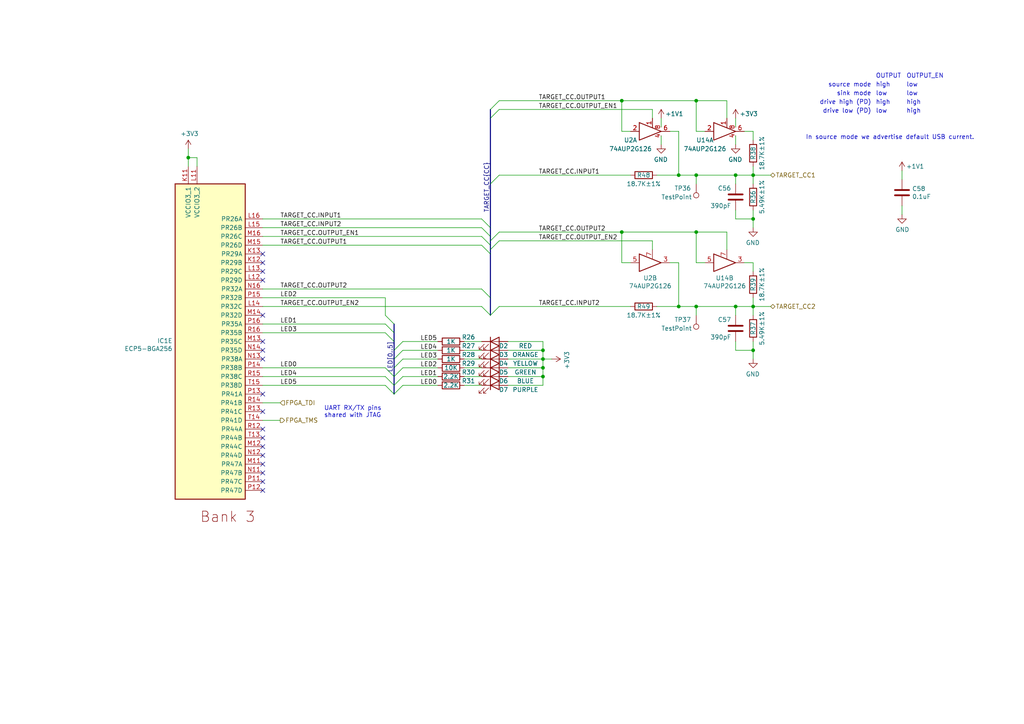
<source format=kicad_sch>
(kicad_sch (version 20211123) (generator eeschema)
  (paper "A4")
  (title_block (title "LUNA USB Multitool") (date "2023-01-11") (rev "r0.5+") (company "Copyright 2019-2023 Great Scott Gadgets") (comment 1 "Licensed under the CERN-OHL-P v2"))
  (lib_symbols
    (symbol "Connector:TestPoint" (pin_numbers hide) (pin_names (offset 0.762) hide)
      (property "Reference" "TP" (at 0 6.858 0))
      (property "Value" "TestPoint" (at 0 5.08 0))
      (symbol "TestPoint_0_1"
        (circle (center 0 3.302) (radius 0.762))
      )
      (symbol "TestPoint_1_1"
        (pin passive line (at 0 0 90) (length 2.54) (name "1") (number "1"))
      )
    )
    (symbol "Device:C" (pin_numbers hide) (pin_names (offset 0.254))
      (property "Reference" "C" (at 0.635 2.54 0))
      (property "Value" "C" (at 0.635 -2.54 0))
      (symbol "C_0_1"
        (polyline (pts (xy -2.032 -0.762) (xy 2.032 -0.762)) (stroke (width 0.508)))
        (polyline (pts (xy -2.032 0.762) (xy 2.032 0.762)) (stroke (width 0.508)))
      )
      (symbol "C_1_1"
        (pin passive line (at 0 3.81 270) (length 2.794) (name "~") (number "1"))
        (pin passive line (at 0 -3.81 90) (length 2.794) (name "~") (number "2"))
      )
    )
    (symbol "Device:LED" (pin_numbers hide) (pin_names (offset 1.016) hide)
      (property "Reference" "D" (at 0 2.54 0))
      (property "Value" "LED" (at 0 -2.54 0))
      (symbol "LED_0_1"
        (polyline (pts (xy -1.27 -1.27) (xy -1.27 1.27)) (stroke (width 0.254)))
        (polyline (pts (xy -1.27 0) (xy 1.27 0)))
        (polyline (pts (xy 1.27 -1.27) (xy 1.27 1.27) (xy -1.27 0) (xy 1.27 -1.27)) (stroke (width 0.254)))
        (polyline (pts (xy -3.048 -0.762) (xy -4.572 -2.286) (xy -3.81 -2.286) (xy -4.572 -2.286) (xy -4.572 -1.524)))
        (polyline (pts (xy -1.778 -0.762) (xy -3.302 -2.286) (xy -2.54 -2.286) (xy -3.302 -2.286) (xy -3.302 -1.524)))
      )
      (symbol "LED_1_1"
        (pin passive line (at -3.81 0 0) (length 2.54) (name "K") (number "1"))
        (pin passive line (at 3.81 0 180) (length 2.54) (name "A") (number "2"))
      )
    )
    (symbol "Device:R" (pin_numbers hide) (pin_names (offset 0))
      (property "Reference" "R" (at 2.032 0 90))
      (property "Value" "R" (at 0 0 90))
      (symbol "R_0_1"
        (rectangle (start -1.016 -2.54) (end 1.016 2.54) (stroke (width 0.254)))
      )
      (symbol "R_1_1"
        (pin passive line (at 0 3.81 270) (length 1.27) (name "~") (number "1"))
        (pin passive line (at 0 -3.81 90) (length 1.27) (name "~") (number "2"))
      )
    )
    (symbol "fpgas_and_processors:ECP5-BGA256" (pin_names (offset 0.762))
      (property "Reference" "IC" (at -2.54 1.27 0))
      (property "Value" "ECP5-BGA256" (at 10.16 1.27 0))
      (symbol "ECP5-BGA256_1_0"
        (rectangle (start 5.08 0) (end 33.02 -71.12) (stroke (width 0.3048)) (fill (type background)))
      )
      (symbol "ECP5-BGA256_1_1"
        (text "FPGA Supplies" (at 19.05 -76.2 0) (effects (font (size 2.9972 2.9972))))
        (pin power_in line (at 38.1 -2.54 180) (length 5.08) (name "GND_1") (number "A1"))
        (pin power_in line (at 38.1 -5.08 180) (length 5.08) (name "GND_2") (number "A16"))
        (pin power_in line (at 38.1 -10.16 180) (length 5.08) (name "GND_4") (number "D15"))
        (pin power_in line (at 38.1 -7.62 180) (length 5.08) (name "GND_3") (number "D2"))
        (pin power_in line (at 38.1 -12.7 180) (length 5.08) (name "GND_5") (number "F8"))
        (pin power_in line (at 38.1 -15.24 180) (length 5.08) (name "GND_6") (number "F9"))
        (pin power_in line (at 38.1 -20.32 180) (length 5.08) (name "GND_8") (number "G10"))
        (pin power_in line (at 0 -66.04 0) (length 5.08) (name "VCCAUX_1") (number "G11"))
        (pin power_in line (at 0 -2.54 0) (length 5.08) (name "VCC_1") (number "G6"))
        (pin power_in line (at 0 -5.08 0) (length 5.08) (name "VCC_2") (number "G7"))
        (pin power_in line (at 38.1 -17.78 180) (length 5.08) (name "GND_7") (number "G8"))
        (pin power_in line (at 0 -7.62 0) (length 5.08) (name "VCC_3") (number "G9"))
        (pin power_in line (at 38.1 -22.86 180) (length 5.08) (name "GND_9") (number "H1"))
        (pin power_in line (at 38.1 -30.48 180) (length 5.08) (name "GND_12") (number "H10"))
        (pin power_in line (at 38.1 -33.02 180) (length 5.08) (name "GND_13") (number "H16"))
        (pin power_in line (at 38.1 -25.4 180) (length 5.08) (name "GND_10") (number "H8"))
        (pin power_in line (at 38.1 -27.94 180) (length 5.08) (name "GND_11") (number "H9"))
        (pin power_in line (at 38.1 -40.64 180) (length 5.08) (name "GND_16") (number "J10"))
        (pin power_in line (at 38.1 -35.56 180) (length 5.08) (name "GND_14") (number "J8"))
        (pin power_in line (at 38.1 -38.1 180) (length 5.08) (name "GND_15") (number "J9"))
        (pin power_in line (at 38.1 -53.34 180) (length 5.08) (name "GND_21") (number "K10"))
        (pin power_in line (at 38.1 -43.18 180) (length 5.08) (name "GND_17") (number "K6"))
        (pin power_in line (at 38.1 -45.72 180) (length 5.08) (name "GND_18") (number "K7"))
        (pin power_in line (at 38.1 -48.26 180) (length 5.08) (name "GND_19") (number "K8"))
        (pin power_in line (at 38.1 -50.8 180) (length 5.08) (name "GND_20") (number "K9"))
        (pin power_in line (at 0 -15.24 0) (length 5.08) (name "VCC_6") (number "L10"))
        (pin power_in line (at 0 -68.58 0) (length 5.08) (name "VCCAUX_2") (number "L7"))
        (pin power_in line (at 0 -10.16 0) (length 5.08) (name "VCC_4") (number "L8"))
        (pin power_in line (at 0 -12.7 0) (length 5.08) (name "VCC_5") (number "L9"))
        (pin power_in line (at 38.1 -58.42 180) (length 5.08) (name "GND_23") (number "N15"))
        (pin power_in line (at 38.1 -55.88 180) (length 5.08) (name "GND_22") (number "N2"))
        (pin power_in line (at 38.1 -60.96 180) (length 5.08) (name "GND_24") (number "T1"))
        (pin power_in line (at 38.1 -66.04 180) (length 5.08) (name "GND_26") (number "T12"))
        (pin power_in line (at 38.1 -68.58 180) (length 5.08) (name "GND_27") (number "T16"))
        (pin power_in line (at 38.1 -63.5 180) (length 5.08) (name "GND_25") (number "T5"))
      )
      (symbol "ECP5-BGA256_2_1"
        (rectangle (start 0 0) (end 19.05 -74.93) (stroke (width 0.3048)) (fill (type background)))
        (text "Bank 0" (at 10.16 -78.74 0) (effects (font (size 2.9972 2.9972))))
        (pin bidirectional line (at 24.13 -11.43 180) (length 5.08) (name "PT4A") (number "A2"))
        (pin bidirectional line (at 24.13 -16.51 180) (length 5.08) (name "PT6A") (number "A3"))
        (pin bidirectional line (at 24.13 -19.05 180) (length 5.08) (name "PT6B") (number "A4"))
        (pin bidirectional line (at 24.13 -43.18 180) (length 5.08) (name "PT18A") (number "A5"))
        (pin bidirectional line (at 24.13 -45.72 180) (length 5.08) (name "PT18B") (number "A6"))
        (pin bidirectional line (at 24.13 -68.58 180) (length 5.08) (name "PT29A") (number "A7"))
        (pin bidirectional line (at 24.13 -71.12 180) (length 5.08) (name "PT29B") (number "A8"))
        (pin bidirectional line (at 24.13 -13.97 180) (length 5.08) (name "PT4B") (number "B3"))
        (pin bidirectional line (at 24.13 -29.21 180) (length 5.08) (name "PT11B") (number "B4"))
        (pin bidirectional line (at 24.13 -39.37 180) (length 5.08) (name "PT15B") (number "B5"))
        (pin bidirectional line (at 24.13 -55.88 180) (length 5.08) (name "PT22B") (number "B6"))
        (pin bidirectional line (at 24.13 -66.04 180) (length 5.08) (name "PT27B") (number "B7"))
        (pin bidirectional line (at 24.13 -26.67 180) (length 5.08) (name "PT11A") (number "C4"))
        (pin bidirectional line (at 24.13 -36.83 180) (length 5.08) (name "PT15A") (number "C5"))
        (pin bidirectional line (at 24.13 -53.34 180) (length 5.08) (name "PT22A") (number "C6"))
        (pin bidirectional line (at 24.13 -63.5 180) (length 5.08) (name "PT27A") (number "C7"))
        (pin bidirectional line (at 24.13 -24.13 180) (length 5.08) (name "PT9B") (number "D4"))
        (pin bidirectional line (at 24.13 -34.29 180) (length 5.08) (name "PT13B") (number "D5"))
        (pin bidirectional line (at 24.13 -50.8 180) (length 5.08) (name "PT20B") (number "D6"))
        (pin bidirectional line (at 24.13 -60.96 180) (length 5.08) (name "PT24B") (number "D7"))
        (pin bidirectional line (at 24.13 -21.59 180) (length 5.08) (name "PT9A") (number "E4"))
        (pin bidirectional line (at 24.13 -31.75 180) (length 5.08) (name "PT13A") (number "E5"))
        (pin bidirectional line (at 24.13 -48.26 180) (length 5.08) (name "PT20A") (number "E6"))
        (pin bidirectional line (at 24.13 -58.42 180) (length 5.08) (name "PT24A") (number "E7"))
        (pin power_in line (at 7.62 5.08 270) (length 5.08) (name "VCCIO0_1") (number "F6"))
        (pin power_in line (at 5.08 5.08 270) (length 5.08) (name "VCCIO0_2") (number "F7"))
      )
      (symbol "ECP5-BGA256_3_0"
        (rectangle (start 0 0) (end 21.59 -93.98) (stroke (width 0.3048)) (fill (type background)))
      )
      (symbol "ECP5-BGA256_3_1"
        (text "Bank 1" (at 8.89 -96.52 0) (effects (font (size 2.9972 2.9972))))
        (pin bidirectional line (at 26.67 -34.29 180) (length 5.08) (name "PT42B") (number "A10"))
        (pin bidirectional line (at 26.67 -57.15 180) (length 5.08) (name "PT53A") (number "A11"))
        (pin bidirectional line (at 26.67 -59.69 180) (length 5.08) (name "PT53B") (number "A12"))
        (pin bidirectional line (at 26.67 -82.55 180) (length 5.08) (name "PT65A") (number "A13"))
        (pin bidirectional line (at 26.67 -85.09 180) (length 5.08) (name "PT65B") (number "A14"))
        (pin bidirectional line (at 26.67 -90.17 180) (length 5.08) (name "PT67B") (number "A15"))
        (pin bidirectional line (at 26.67 -31.75 180) (length 5.08) (name "PT42A") (number "A9"))
        (pin bidirectional line (at 26.67 -36.83 180) (length 5.08) (name "PT44A") (number "B10"))
        (pin bidirectional line (at 26.67 -46.99 180) (length 5.08) (name "PT49A") (number "B11"))
        (pin bidirectional line (at 26.67 -62.23 180) (length 5.08) (name "PT56A") (number "B12"))
        (pin bidirectional line (at 26.67 -72.39 180) (length 5.08) (name "PT60A") (number "B13"))
        (pin bidirectional line (at 26.67 -87.63 180) (length 5.08) (name "PT67A") (number "B14"))
        (pin bidirectional line (at 26.67 -19.05 180) (length 5.08) (name "PT35B") (number "B8"))
        (pin bidirectional line (at 26.67 -21.59 180) (length 5.08) (name "PT38A") (number "B9"))
        (pin bidirectional line (at 26.67 -39.37 180) (length 5.08) (name "PT44B") (number "C10"))
        (pin bidirectional line (at 26.67 -49.53 180) (length 5.08) (name "PT49B") (number "C11"))
        (pin bidirectional line (at 26.67 -64.77 180) (length 5.08) (name "PT56B") (number "C12"))
        (pin bidirectional line (at 26.67 -74.93 180) (length 5.08) (name "PT60B") (number "C13"))
        (pin bidirectional line (at 26.67 -16.51 180) (length 5.08) (name "PT35A") (number "C8"))
        (pin bidirectional line (at 26.67 -24.13 180) (length 5.08) (name "PT38B") (number "C9"))
        (pin bidirectional line (at 26.67 -41.91 180) (length 5.08) (name "PT47A") (number "D10"))
        (pin bidirectional line (at 26.67 -52.07 180) (length 5.08) (name "PT51A") (number "D11"))
        (pin bidirectional line (at 26.67 -67.31 180) (length 5.08) (name "PT58A") (number "D12"))
        (pin bidirectional line (at 26.67 -77.47 180) (length 5.08) (name "PT62A") (number "D13"))
        (pin bidirectional line (at 26.67 -13.97 180) (length 5.08) (name "PT33B") (number "D8"))
        (pin bidirectional line (at 26.67 -26.67 180) (length 5.08) (name "PT40A") (number "D9"))
        (pin bidirectional line (at 26.67 -44.45 180) (length 5.08) (name "PT47B") (number "E10"))
        (pin bidirectional line (at 26.67 -54.61 180) (length 5.08) (name "PT51B") (number "E11"))
        (pin bidirectional line (at 26.67 -69.85 180) (length 5.08) (name "PT58B") (number "E12"))
        (pin bidirectional line (at 26.67 -80.01 180) (length 5.08) (name "PT62B") (number "E13"))
        (pin bidirectional line (at 26.67 -11.43 180) (length 5.08) (name "PT33A") (number "E8"))
        (pin bidirectional line (at 26.67 -29.21 180) (length 5.08) (name "PT40B") (number "E9"))
        (pin power_in line (at 6.35 5.08 270) (length 5.08) (name "VCCIO1_1") (number "F10"))
        (pin power_in line (at 3.81 5.08 270) (length 5.08) (name "VCCIO1_2") (number "F11"))
      )
      (symbol "ECP5-BGA256_4_1"
        (rectangle (start 0 0) (end 19.05 -93.98) (stroke (width 0.3048)) (fill (type background)))
        (text "Bank 2" (at 10.16 -97.79 0) (effects (font (size 2.9972 2.9972))))
        (pin bidirectional line (at 24.13 -13.97 180) (length 5.08) (name "PR2B") (number "B15"))
        (pin bidirectional line (at 24.13 -11.43 180) (length 5.08) (name "PR2A") (number "B16"))
        (pin bidirectional line (at 24.13 -16.51 180) (length 5.08) (name "PR2C") (number "C14"))
        (pin bidirectional line (at 24.13 -24.13 180) (length 5.08) (name "PR5B") (number "C15"))
        (pin bidirectional line (at 24.13 -21.59 180) (length 5.08) (name "PR5A") (number "C16"))
        (pin bidirectional line (at 24.13 -19.05 180) (length 5.08) (name "PR2D") (number "D14"))
        (pin bidirectional line (at 24.13 -31.75 180) (length 5.08) (name "PR8A") (number "D16"))
        (pin bidirectional line (at 24.13 -26.67 180) (length 5.08) (name "PR5C") (number "E14"))
        (pin bidirectional line (at 24.13 -34.29 180) (length 5.08) (name "PR8B") (number "E15"))
        (pin bidirectional line (at 24.13 -49.53 180) (length 5.08) (name "PR11D") (number "E16"))
        (pin bidirectional line (at 24.13 -39.37 180) (length 5.08) (name "PR8D") (number "F12"))
        (pin bidirectional line (at 24.13 -36.83 180) (length 5.08) (name "PR8C") (number "F13"))
        (pin bidirectional line (at 24.13 -29.21 180) (length 5.08) (name "PR5D") (number "F14"))
        (pin bidirectional line (at 24.13 -46.99 180) (length 5.08) (name "PR11C") (number "F15"))
        (pin bidirectional line (at 24.13 -52.07 180) (length 5.08) (name "PR14A") (number "F16"))
        (pin bidirectional line (at 24.13 -41.91 180) (length 5.08) (name "PR11A") (number "G12"))
        (pin bidirectional line (at 24.13 -44.45 180) (length 5.08) (name "PR11B") (number "G13"))
        (pin bidirectional line (at 24.13 -57.15 180) (length 5.08) (name "PR14C") (number "G14"))
        (pin bidirectional line (at 24.13 -54.61 180) (length 5.08) (name "PR14B") (number "G15"))
        (pin bidirectional line (at 24.13 -72.39 180) (length 5.08) (name "PR20A") (number "G16"))
        (pin power_in line (at 3.81 5.08 270) (length 5.08) (name "VCCIO2_1") (number "H11"))
        (pin bidirectional line (at 24.13 -62.23 180) (length 5.08) (name "PR17A") (number "H12"))
        (pin bidirectional line (at 24.13 -64.77 180) (length 5.08) (name "PR17B") (number "H13"))
        (pin bidirectional line (at 24.13 -59.69 180) (length 5.08) (name "PR14D") (number "H14"))
        (pin bidirectional line (at 24.13 -74.93 180) (length 5.08) (name "PR20B") (number "H15"))
        (pin power_in line (at 6.35 5.08 270) (length 5.08) (name "VCCIO2_2") (number "J11"))
        (pin bidirectional line (at 24.13 -69.85 180) (length 5.08) (name "PR17D") (number "J12"))
        (pin bidirectional line (at 24.13 -67.31 180) (length 5.08) (name "PR17C") (number "J13"))
        (pin bidirectional line (at 24.13 -77.47 180) (length 5.08) (name "PR20C") (number "J14"))
        (pin bidirectional line (at 24.13 -85.09 180) (length 5.08) (name "PR23B") (number "J15"))
        (pin bidirectional line (at 24.13 -82.55 180) (length 5.08) (name "PR23A") (number "J16"))
        (pin bidirectional line (at 24.13 -80.01 180) (length 5.08) (name "PR20D") (number "K14"))
        (pin bidirectional line (at 24.13 -90.17 180) (length 5.08) (name "PR23D") (number "K15"))
        (pin bidirectional line (at 24.13 -87.63 180) (length 5.08) (name "PR23C") (number "K16"))
      )
      (symbol "ECP5-BGA256_5_0"
        (rectangle (start 0 0) (end 20.32 -91.44) (stroke (width 0.3048)) (fill (type background)))
      )
      (symbol "ECP5-BGA256_5_1"
        (text "Bank 3" (at 15.24 -96.52 0) (effects (font (size 2.9972 2.9972))))
        (pin power_in line (at 3.81 5.08 270) (length 5.08) (name "VCCIO3_1") (number "K11"))
        (pin bidirectional line (at 25.4 -22.86 180) (length 5.08) (name "PR29B") (number "K12"))
        (pin bidirectional line (at 25.4 -20.32 180) (length 5.08) (name "PR29A") (number "K13"))
        (pin power_in line (at 6.35 5.08 270) (length 5.08) (name "VCCIO3_2") (number "L11"))
        (pin bidirectional line (at 25.4 -27.94 180) (length 5.08) (name "PR29D") (number "L12"))
        (pin bidirectional line (at 25.4 -25.4 180) (length 5.08) (name "PR29C") (number "L13"))
        (pin bidirectional line (at 25.4 -35.56 180) (length 5.08) (name "PR32C") (number "L14"))
        (pin bidirectional line (at 25.4 -12.7 180) (length 5.08) (name "PR26B") (number "L15"))
        (pin bidirectional line (at 25.4 -10.16 180) (length 5.08) (name "PR26A") (number "L16"))
        (pin bidirectional line (at 25.4 -81.28 180) (length 5.08) (name "PR47A") (number "M11"))
        (pin bidirectional line (at 25.4 -76.2 180) (length 5.08) (name "PR44C") (number "M12"))
        (pin bidirectional line (at 25.4 -45.72 180) (length 5.08) (name "PR35C") (number "M13"))
        (pin bidirectional line (at 25.4 -38.1 180) (length 5.08) (name "PR32D") (number "M14"))
        (pin bidirectional line (at 25.4 -17.78 180) (length 5.08) (name "PR26D") (number "M15"))
        (pin bidirectional line (at 25.4 -15.24 180) (length 5.08) (name "PR26C") (number "M16"))
        (pin bidirectional line (at 25.4 -83.82 180) (length 5.08) (name "PR47B") (number "N11"))
        (pin bidirectional line (at 25.4 -78.74 180) (length 5.08) (name "PR44D") (number "N12"))
        (pin bidirectional line (at 25.4 -50.8 180) (length 5.08) (name "PR38A") (number "N13"))
        (pin bidirectional line (at 25.4 -48.26 180) (length 5.08) (name "PR35D") (number "N14"))
        (pin bidirectional line (at 25.4 -30.48 180) (length 5.08) (name "PR32A") (number "N16"))
        (pin bidirectional line (at 25.4 -86.36 180) (length 5.08) (name "PR47C") (number "P11"))
        (pin bidirectional line (at 25.4 -88.9 180) (length 5.08) (name "PR47D") (number "P12"))
        (pin bidirectional line (at 25.4 -60.96 180) (length 5.08) (name "PR41A") (number "P13"))
        (pin bidirectional line (at 25.4 -53.34 180) (length 5.08) (name "PR38B") (number "P14"))
        (pin bidirectional line (at 25.4 -33.02 180) (length 5.08) (name "PR32B") (number "P15"))
        (pin bidirectional line (at 25.4 -40.64 180) (length 5.08) (name "PR35A") (number "P16"))
        (pin bidirectional line (at 25.4 -71.12 180) (length 5.08) (name "PR44A") (number "R12"))
        (pin bidirectional line (at 25.4 -66.04 180) (length 5.08) (name "PR41C") (number "R13"))
        (pin bidirectional line (at 25.4 -63.5 180) (length 5.08) (name "PR41B") (number "R14"))
        (pin bidirectional line (at 25.4 -55.88 180) (length 5.08) (name "PR38C") (number "R15"))
        (pin bidirectional line (at 25.4 -43.18 180) (length 5.08) (name "PR35B") (number "R16"))
        (pin bidirectional line (at 25.4 -73.66 180) (length 5.08) (name "PR44B") (number "T13"))
        (pin bidirectional line (at 25.4 -68.58 180) (length 5.08) (name "PR41D") (number "T14"))
        (pin bidirectional line (at 25.4 -58.42 180) (length 5.08) (name "PR38D") (number "T15"))
      )
      (symbol "ECP5-BGA256_6_1"
        (rectangle (start 0 0) (end 19.05 -106.68) (stroke (width 0.3048)) (fill (type background)))
        (text "Bank 6" (at 11.43 -110.49 0) (effects (font (size 2.9972 2.9972))))
        (pin power_in line (at 3.81 5.08 270) (length 5.08) (name "VCCIO6_1") (number "J6"))
        (pin power_in line (at 6.35 5.08 270) (length 5.08) (name "VCCIO6_2") (number "J7"))
        (pin bidirectional line (at 24.13 -25.4 180) (length 5.08) (name "PL29A") (number "K4"))
        (pin bidirectional line (at 24.13 -27.94 180) (length 5.08) (name "PL29B") (number "K5"))
        (pin bidirectional line (at 24.13 -13.97 180) (length 5.08) (name "PL26A") (number "L1"))
        (pin bidirectional line (at 24.13 -16.51 180) (length 5.08) (name "PL26B") (number "L2"))
        (pin bidirectional line (at 24.13 -41.91 180) (length 5.08) (name "PL32C") (number "L3"))
        (pin bidirectional line (at 24.13 -30.48 180) (length 5.08) (name "PL29C") (number "L4"))
        (pin bidirectional line (at 24.13 -33.02 180) (length 5.08) (name "PL29D") (number "L5"))
        (pin bidirectional line (at 24.13 -19.05 180) (length 5.08) (name "PL26C") (number "M1"))
        (pin bidirectional line (at 24.13 -21.59 180) (length 5.08) (name "PL26D") (number "M2"))
        (pin bidirectional line (at 24.13 -44.45 180) (length 5.08) (name "PL32D") (number "M3"))
        (pin bidirectional line (at 24.13 -53.34 180) (length 5.08) (name "PL35C") (number "M4"))
        (pin bidirectional line (at 24.13 -78.74 180) (length 5.08) (name "PL44C") (number "M5"))
        (pin bidirectional line (at 24.13 -96.52 180) (length 5.08) (name "PL47A") (number "M6"))
        (pin bidirectional line (at 24.13 -36.83 180) (length 5.08) (name "PL32A") (number "N1"))
        (pin bidirectional line (at 24.13 -55.88 180) (length 5.08) (name "PL35D") (number "N3"))
        (pin bidirectional line (at 24.13 -60.96 180) (length 5.08) (name "PL38A") (number "N4"))
        (pin bidirectional line (at 24.13 -81.28 180) (length 5.08) (name "PL44D") (number "N5"))
        (pin bidirectional line (at 24.13 -99.06 180) (length 5.08) (name "PL47B") (number "N6"))
        (pin bidirectional line (at 24.13 -48.26 180) (length 5.08) (name "PL35A") (number "P1"))
        (pin bidirectional line (at 24.13 -39.37 180) (length 5.08) (name "PL32B") (number "P2"))
        (pin bidirectional line (at 24.13 -63.5 180) (length 5.08) (name "PL38B") (number "P3"))
        (pin bidirectional line (at 24.13 -85.09 180) (length 5.08) (name "PL41A") (number "P4"))
        (pin bidirectional line (at 24.13 -101.6 180) (length 5.08) (name "PL47D") (number "P5"))
        (pin bidirectional line (at 24.13 -104.14 180) (length 5.08) (name "PL47C") (number "P6"))
        (pin bidirectional line (at 24.13 -50.8 180) (length 5.08) (name "PL35B") (number "R1"))
        (pin bidirectional line (at 24.13 -66.04 180) (length 5.08) (name "PL38C") (number "R2"))
        (pin bidirectional line (at 24.13 -87.63 180) (length 5.08) (name "PL41B") (number "R3"))
        (pin bidirectional line (at 24.13 -90.17 180) (length 5.08) (name "PL41C") (number "R4"))
        (pin bidirectional line (at 24.13 -73.66 180) (length 5.08) (name "PL44A") (number "R5"))
        (pin bidirectional line (at 24.13 -68.58 180) (length 5.08) (name "PL38D") (number "T2"))
        (pin bidirectional line (at 24.13 -92.71 180) (length 5.08) (name "PL41D") (number "T3"))
        (pin bidirectional line (at 24.13 -76.2 180) (length 5.08) (name "PL44B") (number "T4"))
      )
      (symbol "ECP5-BGA256_7_1"
        (rectangle (start 0 0) (end 20.32 -109.22) (stroke (width 0.3048)) (fill (type background)))
        (text "Bank 7" (at 12.7 -113.03 0) (effects (font (size 2.9972 2.9972))))
        (pin bidirectional line (at 25.4 -10.16 180) (length 5.08) (name "PL2A") (number "B1"))
        (pin bidirectional line (at 25.4 -12.7 180) (length 5.08) (name "PL2B") (number "B2"))
        (pin bidirectional line (at 25.4 -22.86 180) (length 5.08) (name "PL5A") (number "C1"))
        (pin bidirectional line (at 25.4 -25.4 180) (length 5.08) (name "PL5B") (number "C2"))
        (pin bidirectional line (at 25.4 -15.24 180) (length 5.08) (name "PL2C") (number "C3"))
        (pin bidirectional line (at 25.4 -35.56 180) (length 5.08) (name "PL8A") (number "D1"))
        (pin bidirectional line (at 25.4 -17.78 180) (length 5.08) (name "PL2D") (number "D3"))
        (pin bidirectional line (at 25.4 -54.61 180) (length 5.08) (name "PL11D") (number "E1"))
        (pin bidirectional line (at 25.4 -38.1 180) (length 5.08) (name "PL8B") (number "E2"))
        (pin bidirectional line (at 25.4 -27.94 180) (length 5.08) (name "PL5C") (number "E3"))
        (pin bidirectional line (at 25.4 -59.69 180) (length 5.08) (name "PL14A") (number "F1"))
        (pin bidirectional line (at 25.4 -52.07 180) (length 5.08) (name "PL11C") (number "F2"))
        (pin bidirectional line (at 25.4 -30.48 180) (length 5.08) (name "PL5D") (number "F3"))
        (pin bidirectional line (at 25.4 -40.64 180) (length 5.08) (name "PL8C") (number "F4"))
        (pin bidirectional line (at 25.4 -43.18 180) (length 5.08) (name "PL8D") (number "F5"))
        (pin bidirectional line (at 25.4 -82.55 180) (length 5.08) (name "PL20A") (number "G1"))
        (pin bidirectional line (at 25.4 -62.23 180) (length 5.08) (name "PL14B") (number "G2"))
        (pin bidirectional line (at 25.4 -64.77 180) (length 5.08) (name "PL14C") (number "G3"))
        (pin bidirectional line (at 25.4 -49.53 180) (length 5.08) (name "PL11B") (number "G4"))
        (pin bidirectional line (at 25.4 -46.99 180) (length 5.08) (name "PL11A") (number "G5"))
        (pin bidirectional line (at 25.4 -85.09 180) (length 5.08) (name "PL20B") (number "H2"))
        (pin bidirectional line (at 25.4 -67.31 180) (length 5.08) (name "PL14D") (number "H3"))
        (pin bidirectional line (at 25.4 -73.66 180) (length 5.08) (name "PL17B") (number "H4"))
        (pin bidirectional line (at 25.4 -71.12 180) (length 5.08) (name "PL17A") (number "H5"))
        (pin power_in line (at 7.62 5.08 270) (length 5.08) (name "VCCIO7_1") (number "H6"))
        (pin power_in line (at 5.08 5.08 270) (length 5.08) (name "VCCIO7_2") (number "H7"))
        (pin bidirectional line (at 25.4 -95.25 180) (length 5.08) (name "PL23A") (number "J1"))
        (pin bidirectional line (at 25.4 -97.79 180) (length 5.08) (name "PL23B") (number "J2"))
        (pin bidirectional line (at 25.4 -87.63 180) (length 5.08) (name "PL20C") (number "J3"))
        (pin bidirectional line (at 25.4 -76.2 180) (length 5.08) (name "PL17C") (number "J4"))
        (pin bidirectional line (at 25.4 -78.74 180) (length 5.08) (name "PL17D") (number "J5"))
        (pin bidirectional line (at 25.4 -100.33 180) (length 5.08) (name "PL23C") (number "K1"))
        (pin bidirectional line (at 25.4 -102.87 180) (length 5.08) (name "PL23D") (number "K2"))
        (pin bidirectional line (at 25.4 -90.17 180) (length 5.08) (name "PL20D") (number "K3"))
      )
      (symbol "ECP5-BGA256_8_0"
        (text "(Config)" (at 13.97 -97.79 0) (effects (font (size 2.9972 2.9972))))
        (text "Bank 8" (at 13.97 -92.71 0) (effects (font (size 2.9972 2.9972))))
      )
      (symbol "ECP5-BGA256_8_1"
        (rectangle (start 0 0) (end 21.59 -88.9) (stroke (width 0.3048)) (fill (type background)))
        (pin power_in line (at 5.08 5.08 270) (length 5.08) (name "VCCIO8") (number "L6"))
        (pin output line (at 26.67 -57.15 180) (length 5.08) (name "TDO") (number "M10"))
        (pin bidirectional line (at 26.67 -24.13 180) (length 5.08) (name "D2/PB9B") (number "M7"))
        (pin bidirectional line (at 26.67 -39.37 180) (length 5.08) (name "DOUT/CSON/PB15B") (number "M8"))
        (pin bidirectional line (at 26.67 -41.91 180) (length 5.08) (name "WRITEEN/PB18A") (number "M9"))
        (pin input line (at 26.67 -68.58 180) (length 5.08) (name "CFG_0") (number "N10"))
        (pin bidirectional line (at 26.67 -21.59 180) (length 5.08) (name "D3/PB9A") (number "N7"))
        (pin bidirectional line (at 26.67 -36.83 180) (length 5.08) (name "HOLDN/DI/PB15A") (number "N8"))
        (pin bidirectional line (at 26.67 -63.5 180) (length 5.08) (name "MCLK/SCLK/CCLK") (number "N9"))
        (pin input line (at 26.67 -71.12 180) (length 5.08) (name "CFG_1") (number "P10"))
        (pin bidirectional line (at 26.67 -19.05 180) (length 5.08) (name "D4/PICO2/PB6B") (number "P7"))
        (pin bidirectional line (at 26.67 -34.29 180) (length 5.08) (name "CS1N/PB13B") (number "P8"))
        (pin bidirectional line (at 26.67 -80.01 180) (length 5.08) (name "DONE") (number "P9"))
        (pin input line (at 26.67 -73.66 180) (length 5.08) (name "CFG_2") (number "R10"))
        (pin input line (at 26.67 -54.61 180) (length 5.08) (name "TDI") (number "R11"))
        (pin bidirectional line (at 26.67 -13.97 180) (length 5.08) (name "D6/PB4B") (number "R6"))
        (pin bidirectional line (at 26.67 -16.51 180) (length 5.08) (name "D5/POCI2/PB6A") (number "R7"))
        (pin bidirectional line (at 26.67 -31.75 180) (length 5.08) (name "SN/CSN/PB13A") (number "R8"))
        (pin bidirectional line (at 26.67 -85.09 180) (length 5.08) (name "PROGRAMN") (number "R9"))
        (pin input line (at 26.67 -52.07 180) (length 5.08) (name "TCK") (number "T10"))
        (pin input line (at 26.67 -49.53 180) (length 5.08) (name "TMS") (number "T11"))
        (pin bidirectional line (at 26.67 -11.43 180) (length 5.08) (name "D7/PB4A") (number "T6"))
        (pin bidirectional line (at 26.67 -26.67 180) (length 5.08) (name "D1/PICO/PB11A") (number "T7"))
        (pin bidirectional line (at 26.67 -29.21 180) (length 5.08) (name "D0/PICO/PB11B") (number "T8"))
        (pin bidirectional line (at 26.67 -82.55 180) (length 5.08) (name "INITN") (number "T9"))
      )
    )
    (symbol "power:+1V1" (power) (pin_names (offset 0))
      (property "Value" "+1V1" (at 0 3.556 0))
      (symbol "+1V1_0_1"
        (polyline (pts (xy -0.762 1.27) (xy 0 2.54)))
        (polyline (pts (xy 0 0) (xy 0 2.54)))
        (polyline (pts (xy 0 2.54) (xy 0.762 1.27)))
      )
      (symbol "+1V1_1_1"
        (pin power_in line (at 0 0 90) (length 0) hide (name "+1V1") (number "1"))
      )
    )
    (symbol "power:+3V3" (power) (pin_names (offset 0))
      (property "Value" "+3V3" (at 0 3.556 0))
      (symbol "+3V3_0_1"
        (polyline (pts (xy -0.762 1.27) (xy 0 2.54)))
        (polyline (pts (xy 0 0) (xy 0 2.54)))
        (polyline (pts (xy 0 2.54) (xy 0.762 1.27)))
      )
      (symbol "+3V3_1_1"
        (pin power_in line (at 0 0 90) (length 0) hide (name "+3V3") (number "1"))
      )
    )
    (symbol "power:GND" (power) (pin_names (offset 0))
      (property "Value" "GND" (at 0 -3.81 0))
      (symbol "GND_0_1"
        (polyline (pts (xy 0 0) (xy 0 -1.27) (xy 1.27 -1.27) (xy 0 -2.54) (xy -1.27 -1.27) (xy 0 -1.27)))
      )
      (symbol "GND_1_1"
        (pin power_in line (at 0 0 270) (length 0) hide (name "GND") (number "1"))
      )
    )
    (symbol "support_hardware:74AUP2G126" (pin_names (offset 1.016))
      (property "Reference" "U" (at -2.54 3.81 0))
      (property "Value" "74AUP2G126" (at 0 -3.81 0))
      (symbol "74AUP2G126_0_1"
        (polyline (pts (xy -3.81 2.54) (xy -3.81 -2.54) (xy 2.54 0) (xy -3.81 2.54)) (stroke (width 0.254)))
      )
      (symbol "74AUP2G126_1_1"
        (pin input line (at 0 3.81 270) (length 2.667) (name "~") (number "1"))
        (pin input line (at -6.35 0 0) (length 2.54) (name "~") (number "2"))
        (pin power_in line (at 2.54 -1.27 270) (length 0) (name "~") (number "4"))
        (pin tri_state line (at 5.08 0 180) (length 2.54) (name "~") (number "6"))
        (pin power_in line (at 2.54 1.27 270) (length 0) (name "~") (number "8"))
      )
      (symbol "74AUP2G126_2_1"
        (pin tri_state line (at 5.08 0 180) (length 2.54) (name "~") (number "3"))
        (pin input line (at -6.35 0 0) (length 2.54) (name "~") (number "5"))
        (pin input line (at 0 3.81 270) (length 2.667) (name "~") (number "7"))
      )
    )
  )
  (bus_alias "CC" (members "INPUT[1..2]" "OUTPUT[1..2]" "OUTPUT_EN[1..2]"))
  (junction (at 201.93 88.9))
  (junction (at 218.44 63.5))
  (junction (at 218.44 50.8))
  (junction (at 157.48 101.6))
  (junction (at 201.93 50.8))
  (junction (at 157.48 109.22))
  (junction (at 218.44 101.6))
  (junction (at 201.93 29.21))
  (junction (at 218.44 88.9))
  (junction (at 213.36 88.9))
  (junction (at 213.36 50.8))
  (junction (at 196.85 88.9))
  (junction (at 180.34 67.31))
  (junction (at 54.61 45.72))
  (junction (at 157.48 106.68))
  (junction (at 157.48 104.14))
  (junction (at 180.34 29.21))
  (junction (at 196.85 50.8))
  (junction (at 201.93 67.31))
  (no_connect (at 76.2 101.6))
  (no_connect (at 76.2 119.38))
  (no_connect (at 76.2 127))
  (no_connect (at 76.2 137.16))
  (no_connect (at 76.2 81.28))
  (no_connect (at 76.2 132.08))
  (no_connect (at 76.2 139.7))
  (no_connect (at 76.2 76.2))
  (no_connect (at 76.2 134.62))
  (no_connect (at 76.2 104.14))
  (no_connect (at 76.2 129.54))
  (no_connect (at 76.2 114.3))
  (no_connect (at 76.2 73.66))
  (no_connect (at 76.2 78.74))
  (no_connect (at 76.2 91.44))
  (no_connect (at 76.2 99.06))
  (no_connect (at 76.2 142.24))
  (no_connect (at 76.2 124.46))
  (bus_entry (at 142.24 31.75) (size 2.54 -2.54))
  (bus_entry (at 111.76 91.44) (size 2.54 2.54))
  (bus_entry (at 139.7 66.04) (size 2.54 2.54))
  (bus_entry (at 142.24 34.29) (size 2.54 -2.54))
  (bus_entry (at 116.84 106.68) (size -2.54 2.54))
  (bus_entry (at 139.7 88.9) (size 2.54 2.54))
  (bus_entry (at 116.84 104.14) (size -2.54 2.54))
  (bus_entry (at 111.76 109.22) (size 2.54 2.54))
  (bus_entry (at 139.7 63.5) (size 2.54 2.54))
  (bus_entry (at 116.84 109.22) (size -2.54 2.54))
  (bus_entry (at 111.76 96.52) (size 2.54 2.54))
  (bus_entry (at 142.24 53.34) (size 2.54 -2.54))
  (bus_entry (at 111.76 111.76) (size 2.54 2.54))
  (bus_entry (at 116.84 111.76) (size -2.54 2.54))
  (bus_entry (at 139.7 68.58) (size 2.54 2.54))
  (bus_entry (at 116.84 101.6) (size -2.54 2.54))
  (bus_entry (at 111.76 93.98) (size 2.54 2.54))
  (bus_entry (at 142.24 69.85) (size 2.54 -2.54))
  (bus_entry (at 139.7 83.82) (size 2.54 2.54))
  (bus_entry (at 116.84 99.06) (size -2.54 2.54))
  (bus_entry (at 142.24 91.44) (size 2.54 -2.54))
  (bus_entry (at 139.7 71.12) (size 2.54 2.54))
  (bus_entry (at 111.76 106.68) (size 2.54 2.54))
  (bus_entry (at 142.24 72.39) (size 2.54 -2.54))
  (wire (pts (xy 111.76 86.36) (xy 111.76 91.44)))
  (wire (pts (xy 218.44 50.8) (xy 213.36 50.8)))
  (wire (pts (xy 194.31 76.2) (xy 196.85 76.2)))
  (wire (pts (xy 196.85 88.9) (xy 190.5 88.9)))
  (wire (pts (xy 182.88 88.9) (xy 144.78 88.9)))
  (wire (pts (xy 157.48 99.06) (xy 157.48 101.6)))
  (wire (pts (xy 76.2 96.52) (xy 111.76 96.52)))
  (bus (pts (xy 114.3 109.22) (xy 114.3 111.76)))
  (bus (pts (xy 114.3 99.06) (xy 114.3 101.6)))
  (wire (pts (xy 218.44 48.26) (xy 218.44 50.8)))
  (wire (pts (xy 111.76 86.36) (xy 76.2 86.36)))
  (wire (pts (xy 144.78 67.31) (xy 180.34 67.31)))
  (wire (pts (xy 76.2 111.76) (xy 111.76 111.76)))
  (wire (pts (xy 54.61 45.72) (xy 57.15 45.72)))
  (bus (pts (xy 142.24 68.58) (xy 142.24 69.85)))
  (bus (pts (xy 142.24 73.66) (xy 142.24 86.36)))
  (wire (pts (xy 180.34 29.21) (xy 201.93 29.21)))
  (wire (pts (xy 189.23 69.85) (xy 144.78 69.85)))
  (wire (pts (xy 111.76 106.68) (xy 76.2 106.68)))
  (wire (pts (xy 116.84 104.14) (xy 127 104.14)))
  (wire (pts (xy 201.93 67.31) (xy 201.93 76.2)))
  (wire (pts (xy 147.32 101.6) (xy 157.48 101.6)))
  (wire (pts (xy 213.36 39.37) (xy 213.36 41.91)))
  (wire (pts (xy 204.47 38.1) (xy 201.93 38.1)))
  (wire (pts (xy 157.48 104.14) (xy 160.02 104.14)))
  (wire (pts (xy 218.44 63.5) (xy 218.44 66.04)))
  (wire (pts (xy 210.82 67.31) (xy 210.82 72.39)))
  (wire (pts (xy 76.2 109.22) (xy 111.76 109.22)))
  (wire (pts (xy 213.36 88.9) (xy 201.93 88.9)))
  (bus (pts (xy 142.24 34.29) (xy 142.24 53.34)))
  (wire (pts (xy 215.9 76.2) (xy 218.44 76.2)))
  (wire (pts (xy 144.78 50.8) (xy 182.88 50.8)))
  (wire (pts (xy 213.36 88.9) (xy 218.44 88.9)))
  (wire (pts (xy 76.2 68.58) (xy 139.7 68.58)))
  (wire (pts (xy 196.85 76.2) (xy 196.85 88.9)))
  (wire (pts (xy 191.77 34.29) (xy 191.77 36.83)))
  (wire (pts (xy 201.93 50.8) (xy 201.93 53.34)))
  (wire (pts (xy 116.84 99.06) (xy 127 99.06)))
  (wire (pts (xy 201.93 88.9) (xy 196.85 88.9)))
  (wire (pts (xy 213.36 99.06) (xy 213.36 101.6)))
  (wire (pts (xy 201.93 88.9) (xy 201.93 91.44)))
  (wire (pts (xy 218.44 101.6) (xy 218.44 99.06)))
  (bus (pts (xy 142.24 53.34) (xy 142.24 66.04)))
  (wire (pts (xy 189.23 72.39) (xy 189.23 69.85)))
  (bus (pts (xy 142.24 66.04) (xy 142.24 68.58)))
  (wire (pts (xy 218.44 60.96) (xy 218.44 63.5)))
  (wire (pts (xy 196.85 38.1) (xy 196.85 50.8)))
  (wire (pts (xy 54.61 43.18) (xy 54.61 45.72)))
  (wire (pts (xy 213.36 101.6) (xy 218.44 101.6)))
  (bus (pts (xy 114.3 104.14) (xy 114.3 106.68)))
  (wire (pts (xy 157.48 101.6) (xy 157.48 104.14)))
  (wire (pts (xy 134.62 111.76) (xy 139.7 111.76)))
  (wire (pts (xy 201.93 76.2) (xy 204.47 76.2)))
  (wire (pts (xy 127 101.6) (xy 116.84 101.6)))
  (bus (pts (xy 114.3 93.98) (xy 114.3 96.52)))
  (wire (pts (xy 157.48 104.14) (xy 157.48 106.68)))
  (wire (pts (xy 147.32 104.14) (xy 157.48 104.14)))
  (wire (pts (xy 213.36 36.83) (xy 213.36 34.29)))
  (wire (pts (xy 218.44 53.34) (xy 218.44 50.8)))
  (wire (pts (xy 189.23 31.75) (xy 144.78 31.75)))
  (bus (pts (xy 142.24 31.75) (xy 142.24 34.29)))
  (wire (pts (xy 223.52 88.9) (xy 218.44 88.9)))
  (wire (pts (xy 191.77 39.37) (xy 191.77 41.91)))
  (wire (pts (xy 182.88 38.1) (xy 180.34 38.1)))
  (wire (pts (xy 196.85 50.8) (xy 201.93 50.8)))
  (wire (pts (xy 180.34 67.31) (xy 201.93 67.31)))
  (wire (pts (xy 116.84 109.22) (xy 127 109.22)))
  (wire (pts (xy 182.88 76.2) (xy 180.34 76.2)))
  (wire (pts (xy 261.62 49.53) (xy 261.62 52.07)))
  (wire (pts (xy 147.32 99.06) (xy 157.48 99.06)))
  (wire (pts (xy 76.2 93.98) (xy 111.76 93.98)))
  (wire (pts (xy 147.32 106.68) (xy 157.48 106.68)))
  (bus (pts (xy 142.24 86.36) (xy 142.24 91.44)))
  (bus (pts (xy 142.24 72.39) (xy 142.24 73.66)))
  (wire (pts (xy 81.28 116.84) (xy 76.2 116.84)))
  (wire (pts (xy 201.93 29.21) (xy 210.82 29.21)))
  (bus (pts (xy 142.24 71.12) (xy 142.24 72.39)))
  (wire (pts (xy 213.36 60.96) (xy 213.36 63.5)))
  (wire (pts (xy 218.44 38.1) (xy 218.44 40.64)))
  (wire (pts (xy 213.36 53.34) (xy 213.36 50.8)))
  (bus (pts (xy 142.24 69.85) (xy 142.24 71.12)))
  (wire (pts (xy 194.31 38.1) (xy 196.85 38.1)))
  (wire (pts (xy 134.62 106.68) (xy 139.7 106.68)))
  (wire (pts (xy 139.7 66.04) (xy 76.2 66.04)))
  (wire (pts (xy 218.44 91.44) (xy 218.44 88.9)))
  (wire (pts (xy 134.62 104.14) (xy 139.7 104.14)))
  (wire (pts (xy 139.7 63.5) (xy 76.2 63.5)))
  (wire (pts (xy 57.15 45.72) (xy 57.15 48.26)))
  (bus (pts (xy 114.3 101.6) (xy 114.3 104.14)))
  (wire (pts (xy 190.5 50.8) (xy 196.85 50.8)))
  (wire (pts (xy 218.44 101.6) (xy 218.44 104.14)))
  (bus (pts (xy 114.3 96.52) (xy 114.3 99.06)))
  (wire (pts (xy 215.9 38.1) (xy 218.44 38.1)))
  (wire (pts (xy 201.93 50.8) (xy 213.36 50.8)))
  (wire (pts (xy 127 106.68) (xy 116.84 106.68)))
  (wire (pts (xy 157.48 106.68) (xy 157.48 109.22)))
  (wire (pts (xy 139.7 83.82) (xy 76.2 83.82)))
  (bus (pts (xy 114.3 106.68) (xy 114.3 109.22)))
  (wire (pts (xy 134.62 99.06) (xy 139.7 99.06)))
  (wire (pts (xy 127 111.76) (xy 116.84 111.76)))
  (wire (pts (xy 180.34 38.1) (xy 180.34 29.21)))
  (wire (pts (xy 144.78 29.21) (xy 180.34 29.21)))
  (wire (pts (xy 189.23 34.29) (xy 189.23 31.75)))
  (wire (pts (xy 134.62 101.6) (xy 139.7 101.6)))
  (wire (pts (xy 147.32 109.22) (xy 157.48 109.22)))
  (bus (pts (xy 114.3 111.76) (xy 114.3 114.3)))
  (wire (pts (xy 76.2 121.92) (xy 81.28 121.92)))
  (wire (pts (xy 213.36 91.44) (xy 213.36 88.9)))
  (wire (pts (xy 218.44 76.2) (xy 218.44 78.74)))
  (wire (pts (xy 218.44 63.5) (xy 213.36 63.5)))
  (wire (pts (xy 201.93 38.1) (xy 201.93 29.21)))
  (wire (pts (xy 218.44 88.9) (xy 218.44 86.36)))
  (wire (pts (xy 201.93 67.31) (xy 210.82 67.31)))
  (wire (pts (xy 218.44 50.8) (xy 223.52 50.8)))
  (wire (pts (xy 261.62 59.69) (xy 261.62 62.23)))
  (wire (pts (xy 210.82 29.21) (xy 210.82 34.29)))
  (wire (pts (xy 157.48 109.22) (xy 157.48 111.76)))
  (wire (pts (xy 134.62 109.22) (xy 139.7 109.22)))
  (wire (pts (xy 157.48 111.76) (xy 147.32 111.76)))
  (wire (pts (xy 76.2 71.12) (xy 139.7 71.12)))
  (wire (pts (xy 139.7 88.9) (xy 76.2 88.9)))
  (wire (pts (xy 54.61 48.26) (xy 54.61 45.72)))
  (wire (pts (xy 180.34 76.2) (xy 180.34 67.31)))
  (text "UART RX/TX pins\nshared with JTAG" (at 93.98 121.285 0) (effects (font (size 1.27 1.27)) (justify left bottom)))
  (text "high" (at 254 30.48 0) (effects (font (size 1.27 1.27)) (justify left bottom)))
  (text "OUTPUT" (at 254 22.86 0) (effects (font (size 1.27 1.27)) (justify left bottom)))
  (text "OUTPUT_EN" (at 262.89 22.86 0) (effects (font (size 1.27 1.27)) (justify left bottom)))
  (text "low" (at 254 27.94 0) (effects (font (size 1.27 1.27)) (justify left bottom)))
  (text "low" (at 262.89 27.94 0) (effects (font (size 1.27 1.27)) (justify left bottom)))
  (text "source mode" (at 252.73 25.4 180) (effects (font (size 1.27 1.27)) (justify right bottom)))
  (text "high" (at 262.89 33.02 0) (effects (font (size 1.27 1.27)) (justify left bottom)))
  (text "drive low (PD)" (at 252.73 33.02 180) (effects (font (size 1.27 1.27)) (justify right bottom)))
  (text "drive high (PD)" (at 252.73 30.48 180) (effects (font (size 1.27 1.27)) (justify right bottom)))
  (text "In source mode we advertise default USB current." (at 233.68 40.64 0) (effects (font (size 1.27 1.27)) (justify left bottom)))
  (text "high" (at 262.89 30.48 0) (effects (font (size 1.27 1.27)) (justify left bottom)))
  (text "low" (at 254 33.02 0) (effects (font (size 1.27 1.27)) (justify left bottom)))
  (text "sink mode" (at 252.73 27.94 180) (effects (font (size 1.27 1.27)) (justify right bottom)))
  (text "high" (at 254 25.4 0) (effects (font (size 1.27 1.27)) (justify left bottom)))
  (text "low" (at 262.89 25.4 0) (effects (font (size 1.27 1.27)) (justify left bottom)))
  (label "TARGET_CC.OUTPUT_EN2" (at 156.21 69.85 0))
  (label "TARGET_CC.OUTPUT2" (at 156.21 67.31 0))
  (label "TARGET_CC.OUTPUT_EN1" (at 81.28 68.58 0))
  (label "TARGET_CC.INPUT1" (at 81.28 63.5 0))
  (label "TARGET_CC.INPUT1" (at 156.21 50.8 0))
  (label "LED3" (at 81.28 96.52 0))
  (label "LED4" (at 81.28 109.22 0))
  (label "LED2" (at 121.92 106.68 0))
  (label "LED1" (at 81.28 93.98 0))
  (label "TARGET_CC.OUTPUT2" (at 81.28 83.82 0))
  (label "TARGET_CC.OUTPUT1" (at 81.28 71.12 0))
  (label "LED0" (at 121.92 111.76 0))
  (label "LED4" (at 121.92 101.6 0))
  (label "LED5" (at 121.92 99.06 0))
  (label "TARGET_CC.INPUT2" (at 81.28 66.04 0))
  (label "TARGET_CC.OUTPUT1" (at 156.21 29.21 0))
  (label "LED1" (at 121.92 109.22 0))
  (label "LED[0..5]" (at 114.3 107.95 90))
  (label "LED3" (at 121.92 104.14 0))
  (label "TARGET_CC.OUTPUT_EN2" (at 81.28 88.9 0))
  (label "TARGET_CC.OUTPUT_EN1" (at 156.21 31.75 0))
  (label "TARGET_CC.INPUT2" (at 156.21 88.9 0))
  (label "LED5" (at 81.28 111.76 0))
  (label "TARGET_CC{CC}" (at 142.24 61.595 90))
  (label "LED0" (at 81.28 106.68 0))
  (label "LED2" (at 81.28 86.36 0))
  (hierarchical_label "TARGET_CC2" (shape bidirectional) (at 223.52 88.9 0))
  (hierarchical_label "TARGET_CC1" (shape bidirectional) (at 223.52 50.8 0))
  (hierarchical_label "FPGA_TDI" (shape input) (at 81.28 116.84 0))
  (hierarchical_label "FPGA_TMS" (shape output) (at 81.28 121.92 0))
  (symbol (lib_id "fpgas_and_processors:ECP5-BGA256") (at 50.8 53.34 0) (unit 5)
    (property "Reference" "IC1" (at 50.038 98.8568 0) (effects (justify right)))
    (property "Value" "ECP5-BGA256" (at 50.038 101.1428 0) (effects (justify right)))
    (property "Footprint" "luna:lattice_cabga256" (effects hide))
    (property "Description" "FPGA - Field Programmable Gate Array ECP5; 12k LUTs; 1.1V" (effects hide))
    (property "Manufacturer" "Lattice" (effects hide))
    (property "Part Number" "LFE5U-12F-6BG256C" (effects hide))
    (property "Substitution" "LFE5U-12F-*BG256*" (effects hide))
  )
  (symbol (lib_id "power:+3V3") (at 54.61 43.18 0) (unit 1)
    (property "Reference" "#PWR086" (effects hide))
    (property "Value" "+3V3" (at 54.9656 38.7858 0))
  )
  (symbol (lib_id "Device:R") (at 130.81 106.68 270) (mirror x) (unit 1)
    (property "Reference" "R29" (at 135.89 105.41 90))
    (property "Value" "10K" (at 130.81 106.68 90))
    (property "Footprint" "Resistor_SMD:R_0402_1005Metric" (effects hide))
    (property "Part Number" "GENERIC-RES-0402-10K" (effects hide))
    (property "Substitution" "any equivalent" (effects hide))
  )
  (symbol (lib_id "Device:R") (at 130.81 109.22 270) (unit 1)
    (property "Reference" "R30" (at 135.89 107.95 90))
    (property "Value" "2.2K" (at 130.81 109.22 90))
    (property "Footprint" "Resistor_SMD:R_0402_1005Metric" (effects hide))
    (property "Part Number" "GENERIC-RES-0402-2.2K" (effects hide))
    (property "Substitution" "any equivalent" (effects hide))
  )
  (symbol (lib_id "Device:R") (at 130.81 111.76 270) (unit 1)
    (property "Reference" "R31" (at 135.89 110.49 90))
    (property "Value" "2.2K" (at 130.81 111.76 90))
    (property "Footprint" "Resistor_SMD:R_0402_1005Metric" (effects hide))
    (property "Part Number" "GENERIC-RES-0402-2.2K" (effects hide))
    (property "Substitution" "any equivalent" (effects hide))
  )
  (symbol (lib_id "power:+1V1") (at 191.77 34.29 0) (unit 1)
    (property "Reference" "#PWR022" (effects hide))
    (property "Value" "+1V1" (at 195.58 33.02 0))
  )
  (symbol (lib_id "power:GND") (at 191.77 41.91 0) (mirror y) (unit 1)
    (property "Reference" "#PWR024" (effects hide))
    (property "Value" "GND" (at 191.6684 46.2788 0))
  )
  (symbol (lib_id "Device:R") (at 186.69 88.9 90) (unit 1)
    (property "Reference" "R49" (at 186.69 88.9 90))
    (property "Value" "18.7K±1%" (at 186.69 91.44 90))
    (property "Footprint" "Resistor_SMD:R_0402_1005Metric" (effects hide))
    (property "Part Number" "ERJ-2RKF1872X" (effects hide))
    (property "Substitution" "any equivalent" (effects hide))
    (property "Description" "RES SMD 18.7K OHM 1% 1/10W 0402" (effects hide))
    (property "Manufacturer" "Panasonic" (effects hide))
  )
  (symbol (lib_id "Device:R") (at 186.69 50.8 90) (unit 1)
    (property "Reference" "R48" (at 186.69 50.8 90))
    (property "Value" "18.7K±1%" (at 186.69 53.34 90))
    (property "Footprint" "Resistor_SMD:R_0402_1005Metric" (effects hide))
    (property "Part Number" "ERJ-2RKF1872X" (effects hide))
    (property "Substitution" "any equivalent" (effects hide))
    (property "Description" "RES SMD 18.7K OHM 1% 1/10W 0402" (effects hide))
    (property "Manufacturer" "Panasonic" (effects hide))
  )
  (symbol (lib_id "Device:C") (at 213.36 95.25 0) (mirror y) (unit 1)
    (property "Reference" "C57" (at 212.09 92.71 0) (effects (justify left)))
    (property "Value" "390pF" (at 212.09 97.79 0) (effects (justify left)))
    (property "Footprint" "Capacitor_SMD:C_0402_1005Metric" (effects hide))
    (property "Part Number" "GENERIC-CAP-0402-390pF" (effects hide))
    (property "Substitution" "any equivalent" (effects hide))
  )
  (symbol (lib_id "power:GND") (at 218.44 66.04 0) (mirror y) (unit 1)
    (property "Reference" "#PWR043" (effects hide))
    (property "Value" "GND" (at 218.3384 70.4088 0))
  )
  (symbol (lib_id "Device:C") (at 213.36 57.15 0) (mirror y) (unit 1)
    (property "Reference" "C56" (at 212.09 54.61 0) (effects (justify left)))
    (property "Value" "390pF" (at 212.09 59.69 0) (effects (justify left)))
    (property "Footprint" "Capacitor_SMD:C_0402_1005Metric" (effects hide))
    (property "Part Number" "GENERIC-CAP-0402-390pF" (effects hide))
    (property "Substitution" "any equivalent" (effects hide))
  )
  (symbol (lib_id "power:GND") (at 218.44 104.14 0) (mirror y) (unit 1)
    (property "Reference" "#PWR081" (effects hide))
    (property "Value" "GND" (at 218.3384 108.5088 0))
  )
  (symbol (lib_id "support_hardware:74AUP2G126") (at 189.23 38.1 0) (unit 1)
    (property "Reference" "U2" (at 182.88 40.64 0))
    (property "Value" "74AUP2G126" (at 182.88 43.18 0))
    (property "Footprint" "luna:X2-DFN1210-8_1.2x1mm_P0.3mm" (effects hide))
    (property "Part Number" "74AUP2G126RA3-7" (effects hide))
    (property "Manufacturer" "Diodes Inc." (effects hide))
    (property "Description" "IC BUFFER NON-INVERT 3.6V 8DFN" (effects hide))
  )
  (symbol (lib_id "support_hardware:74AUP2G126") (at 189.23 76.2 0) (unit 2)
    (property "Reference" "U2" (at 188.595 80.645 0))
    (property "Value" "74AUP2G126" (at 188.595 82.9564 0))
    (property "Footprint" "luna:X2-DFN1210-8_1.2x1mm_P0.3mm" (effects hide))
    (property "Part Number" "74AUP2G126RA3-7" (effects hide))
    (property "Manufacturer" "Diodes Inc." (effects hide))
    (property "Description" "IC BUFFER NON-INVERT 3.6V 8DFN" (effects hide))
  )
  (symbol (lib_id "support_hardware:74AUP2G126") (at 210.82 38.1 0) (unit 1)
    (property "Reference" "U14" (at 204.47 40.64 0))
    (property "Value" "74AUP2G126" (at 204.47 43.18 0))
    (property "Footprint" "luna:X2-DFN1210-8_1.2x1mm_P0.3mm" (effects hide))
    (property "Part Number" "74AUP2G126RA3-7" (effects hide))
    (property "Manufacturer" "Diodes Inc." (effects hide))
    (property "Description" "IC BUFFER NON-INVERT 3.6V 8DFN" (effects hide))
  )
  (symbol (lib_id "support_hardware:74AUP2G126") (at 210.82 76.2 0) (unit 2)
    (property "Reference" "U14" (at 210.185 80.645 0))
    (property "Value" "74AUP2G126" (at 210.185 82.9564 0))
    (property "Footprint" "luna:X2-DFN1210-8_1.2x1mm_P0.3mm" (effects hide))
    (property "Part Number" "74AUP2G126RA3-7" (effects hide))
    (property "Manufacturer" "Diodes Inc." (effects hide))
    (property "Description" "IC BUFFER NON-INVERT 3.6V 8DFN" (effects hide))
  )
  (symbol (lib_id "power:GND") (at 213.36 41.91 0) (mirror y) (unit 1)
    (property "Reference" "#PWR039" (effects hide))
    (property "Value" "GND" (at 213.2584 46.2788 0))
  )
  (symbol (lib_id "power:+3V3") (at 213.36 34.29 0) (unit 1)
    (property "Reference" "#PWR0135" (effects hide))
    (property "Value" "+3V3" (at 217.17 33.02 0))
  )
  (symbol (lib_id "power:GND") (at 261.62 62.23 0) (unit 1)
    (property "Reference" "#PWR084" (effects hide))
    (property "Value" "GND" (at 261.7216 66.5988 0))
  )
  (symbol (lib_id "Device:C") (at 261.62 55.88 0) (unit 1)
    (property "Reference" "C58" (at 264.541 54.737 0) (effects (justify left)))
    (property "Value" "0.1uF" (at 264.541 57.023 0) (effects (justify left)))
    (property "Footprint" "Capacitor_SMD:C_0402_1005Metric" (effects hide))
    (property "Part Number" "GENERIC-CAP-0402-0.1uF" (effects hide))
    (property "Substitution" "any equivalent" (effects hide))
  )
  (symbol (lib_id "power:+1V1") (at 261.62 49.53 0) (unit 1)
    (property "Reference" "#PWR025" (effects hide))
    (property "Value" "+1V1" (at 265.43 48.26 0))
  )
  (symbol (lib_id "Connector:TestPoint") (at 201.93 53.34 0) (mirror x) (unit 1)
    (property "Reference" "TP36" (at 195.58 54.61 0) (effects (justify left)))
    (property "Value" "TestPoint" (at 191.77 57.15 0) (effects (justify left)))
    (property "Footprint" "TestPoint:TestPoint_Pad_D1.0mm" (effects hide))
    (property "DNP" "DNP" (effects hide))
  )
  (symbol (lib_id "Connector:TestPoint") (at 201.93 91.44 0) (mirror x) (unit 1)
    (property "Reference" "TP37" (at 195.58 92.71 0) (effects (justify left)))
    (property "Value" "TestPoint" (at 191.77 95.25 0) (effects (justify left)))
    (property "Footprint" "TestPoint:TestPoint_Pad_D1.0mm" (effects hide))
    (property "DNP" "DNP" (effects hide))
  )
  (symbol (lib_id "Device:R") (at 218.44 57.15 180) (unit 1)
    (property "Reference" "R36" (at 218.44 57.15 90))
    (property "Value" "5.49K±1%" (at 220.98 57.15 90))
    (property "Footprint" "Resistor_SMD:R_0402_1005Metric" (effects hide))
    (property "Part Number" "ERJ-2RKF5491X" (effects hide))
    (property "Substitution" "any equivalent" (effects hide))
    (property "Description" "RES SMD 5.49K OHM 1% 1/10W 0402" (effects hide))
    (property "Manufacturer" "Panasonic" (effects hide))
  )
  (symbol (lib_id "Device:R") (at 218.44 95.25 180) (unit 1)
    (property "Reference" "R37" (at 218.44 95.25 90))
    (property "Value" "5.49K±1%" (at 220.98 95.25 90))
    (property "Footprint" "Resistor_SMD:R_0402_1005Metric" (effects hide))
    (property "Part Number" "ERJ-2RKF5491X" (effects hide))
    (property "Substitution" "any equivalent" (effects hide))
    (property "Description" "RES SMD 5.49K OHM 1% 1/10W 0402" (effects hide))
    (property "Manufacturer" "Panasonic" (effects hide))
  )
  (symbol (lib_id "Device:R") (at 218.44 44.45 180) (unit 1)
    (property "Reference" "R38" (at 218.44 44.45 90))
    (property "Value" "18.7K±1%" (at 220.98 44.45 90))
    (property "Footprint" "Resistor_SMD:R_0402_1005Metric" (effects hide))
    (property "Part Number" "ERJ-2RKF1872X" (effects hide))
    (property "Substitution" "any equivalent" (effects hide))
    (property "Description" "RES SMD 18.7K OHM 1% 1/10W 0402" (effects hide))
    (property "Manufacturer" "Panasonic" (effects hide))
  )
  (symbol (lib_id "Device:R") (at 218.44 82.55 180) (unit 1)
    (property "Reference" "R39" (at 218.44 82.55 90))
    (property "Value" "18.7K±1%" (at 220.98 82.55 90))
    (property "Footprint" "Resistor_SMD:R_0402_1005Metric" (effects hide))
    (property "Part Number" "ERJ-2RKF1872X" (effects hide))
    (property "Substitution" "any equivalent" (effects hide))
    (property "Description" "RES SMD 18.7K OHM 1% 1/10W 0402" (effects hide))
    (property "Manufacturer" "Panasonic" (effects hide))
  )
  (symbol (lib_id "Device:R") (at 130.81 99.06 270) (unit 1)
    (property "Reference" "R26" (at 135.89 97.79 90))
    (property "Value" "1K" (at 130.81 99.06 90))
    (property "Footprint" "Resistor_SMD:R_0402_1005Metric" (effects hide))
    (property "Part Number" "GENERIC-RES-0402-1K" (effects hide))
    (property "Substitution" "any equivalent" (effects hide))
  )
  (symbol (lib_id "Device:R") (at 130.81 101.6 270) (unit 1)
    (property "Reference" "R27" (at 135.89 100.33 90))
    (property "Value" "1K" (at 130.81 101.6 90))
    (property "Footprint" "Resistor_SMD:R_0402_1005Metric" (effects hide))
    (property "Part Number" "GENERIC-RES-0402-1K" (effects hide))
    (property "Substitution" "any equivalent" (effects hide))
  )
  (symbol (lib_id "Device:R") (at 130.81 104.14 270) (unit 1)
    (property "Reference" "R28" (at 135.89 102.87 90))
    (property "Value" "1K" (at 130.81 104.14 90))
    (property "Footprint" "Resistor_SMD:R_0402_1005Metric" (effects hide))
    (property "Part Number" "GENERIC-RES-0402-1K" (effects hide))
    (property "Substitution" "any equivalent" (effects hide))
  )
  (symbol (lib_id "Device:LED") (at 143.51 99.06 0) (unit 1)
    (property "Reference" "D2" (at 146.05 100.33 0))
    (property "Value" "RED" (at 152.4 100.33 0))
    (property "Footprint" "LED_SMD:LED_0603_1608Metric_Pad1.05x0.95mm_HandSolder" (effects hide))
    (property "Part Number" "OSR50603C1E" (effects hide))
    (property "Manufacturer" "OptoSupply" (effects hide))
    (property "Description" "LED SMD 0603 RED" (effects hide))
  )
  (symbol (lib_id "Device:LED") (at 143.51 104.14 0) (unit 1)
    (property "Reference" "D4" (at 146.05 105.41 0))
    (property "Value" "YELLOW" (at 152.4 105.41 0))
    (property "Footprint" "LED_SMD:LED_0603_1608Metric_Pad1.05x0.95mm_HandSolder" (effects hide))
    (property "Part Number" "E6C0603UYAC1UDA" (effects hide))
    (property "Manufacturer" "EKINGLUX" (effects hide))
    (property "Description" "LED SMD 0603 YELLOW" (effects hide))
  )
  (symbol (lib_id "Device:LED") (at 143.51 106.68 0) (unit 1)
    (property "Reference" "D5" (at 146.05 107.95 0))
    (property "Value" "GREEN" (at 152.4 107.95 0))
    (property "Footprint" "LED_SMD:LED_0603_1608Metric_Pad1.05x0.95mm_HandSolder" (effects hide))
    (property "Part Number" "ORH-G36G" (effects hide))
    (property "Manufacturer" "Orient" (effects hide))
    (property "Description" "LED SMD 0603 GREEN" (effects hide))
  )
  (symbol (lib_id "Device:LED") (at 143.51 109.22 0) (unit 1)
    (property "Reference" "D6" (at 146.05 110.49 0))
    (property "Value" "BLUE" (at 152.4 110.49 0))
    (property "Footprint" "LED_SMD:LED_0603_1608Metric_Pad1.05x0.95mm_HandSolder" (effects hide))
    (property "Part Number" "ORH-B36G" (effects hide))
    (property "Manufacturer" "Orient" (effects hide))
    (property "Description" "LED SMD 0603 BLUE" (effects hide))
  )
  (symbol (lib_id "Device:LED") (at 143.51 111.76 0) (unit 1)
    (property "Reference" "D7" (at 146.05 113.03 0))
    (property "Value" "PURPLE" (at 152.4 113.03 0))
    (property "Footprint" "LED_SMD:LED_0603_1608Metric_Pad1.05x0.95mm_HandSolder" (effects hide))
    (property "Part Number" "OSVX0603C1E" (effects hide))
    (property "Manufacturer" "OptoSupply" (effects hide))
    (property "Description" "LED SMD 0603 VIOLET" (effects hide))
  )
  (symbol (lib_id "power:+3V3") (at 160.02 104.14 270) (unit 1)
    (property "Reference" "#PWR0129" (effects hide))
    (property "Value" "+3V3" (at 164.4142 104.4956 0))
  )
  (symbol (lib_id "Device:LED") (at 143.51 101.6 0) (unit 1)
    (property "Reference" "D3" (at 146.05 102.87 0))
    (property "Value" "ORANGE" (at 152.4 102.87 0))
    (property "Footprint" "LED_SMD:LED_0603_1608Metric_Pad1.05x0.95mm_HandSolder" (effects hide))
    (property "Part Number" "E6C0603SEAC1UDA" (effects hide))
    (property "Manufacturer" "EKINGLUX" (effects hide))
    (property "Description" "LED SMD 0603 ORANGE" (effects hide))
  )
)
</source>
